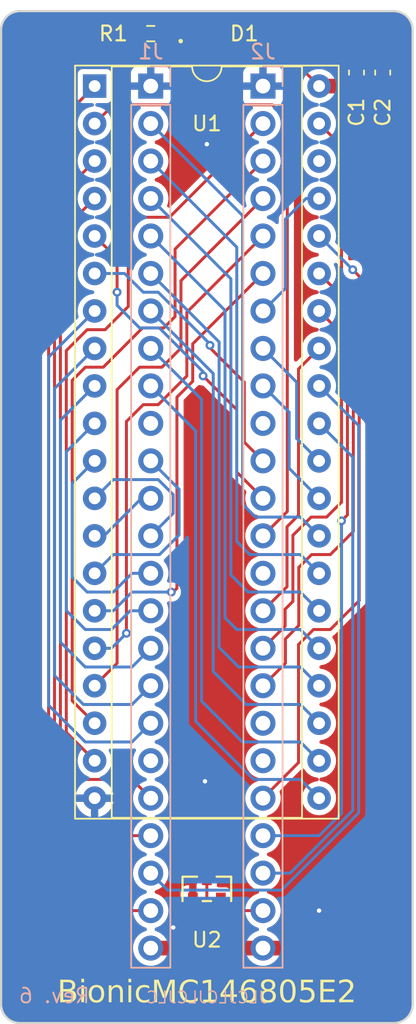
<source format=kicad_pcb>
(kicad_pcb (version 20221018) (generator pcbnew)
  (title_block (title "BionicMC146805E2") (date "2024-10-22") (rev "6") (company "Tadashi G. Takaoka"))
  (layers (0 "F.Cu" signal) (31 "B.Cu" signal) (34 "B.Paste" user) (35 "F.Paste" user) (36 "B.SilkS" user "B.Silkscreen") (37 "F.SilkS" user "F.Silkscreen") (38 "B.Mask" user) (39 "F.Mask" user) (44 "Edge.Cuts" user))
  (net 0 "")
  (net 1 "VCC")
  (net 2 "GND")
  (net 3 "Net-(D1-K)")
  (net 4 "/P10")
  (net 5 "/P11")
  (net 6 "/P12")
  (net 7 "/P13")
  (net 8 "/P14")
  (net 9 "/P15")
  (net 10 "/P16")
  (net 11 "/P17")
  (net 13 "/P30")
  (net 14 "/P31")
  (net 15 "/P32")
  (net 16 "/P33")
  (net 17 "/P34")
  (net 18 "/P35")
  (net 19 "/P36")
  (net 20 "/P37")
  (net 22 "/P50")
  (net 23 "/P51")
  (net 24 "/P52")
  (net 25 "/P53")
  (net 26 "Net-(J2-P57)")
  (net 27 "/P56")
  (net 28 "/P55")
  (net 29 "/P54")
  (net 32 "/P46")
  (net 33 "/P45")
  (net 34 "/P44")
  (net 36 "/P42")
  (net 37 "/P41")
  (net 38 "/P40")
  (net 40 "/P27")
  (net 41 "/P26")
  (net 42 "/P25")
  (net 43 "/P24")
  (net 44 "/P23")
  (net 45 "/P22")
  (net 46 "/P21")
  (net 47 "/P20")
  (footprint "0-LocalLibrary:SOT-23_MC_MCH-M" (layer "F.Cu") (at 114.97 129.486)
    (fp_text reference "U2" (at 0 3.4544 unlocked) (layer "F.SilkS"))
    (fp_text value "11AA010-I/TT")
    (fp_line (start -1.652 -0.827) (end -1.652 0.827) (stroke (width 0.1524)) (layer "F.SilkS"))
    (fp_line (start -0.66294 -0.827) (end -1.652 -0.827) (stroke (width 0.1524)) (layer "F.SilkS"))
    (fp_line (start -0.287061 0.827) (end 0.287061 0.827) (stroke (width 0.1524)) (layer "F.SilkS"))
    (fp_line (start 1.652 -0.827) (end 0.66294 -0.827) (stroke (width 0.1524)) (layer "F.SilkS"))
    (fp_line (start 1.652 0.827) (end 1.652 -0.827) (stroke (width 0.1524)) (layer "F.SilkS"))
    (pad "1" smd rect locked (at -0.950001 1.066) (size 0.6604 1.6256) (layers "F.Cu" "F.Paste" "F.Mask") (net 2 "GND"))
    (pad "2" smd rect locked (at 0.950001 1.066) (size 0.6604 1.6256) (layers "F.Cu" "F.Paste" "F.Mask") (net 26 "Net-(J2-P57)"))
    (pad "3" smd rect locked (at 0 -1.066) (size 0.6604 1.6256) (layers "F.Cu" "F.Paste" "F.Mask") (net 1 "VCC"))
  )
  (footprint "Resistor_SMD:R_0603_1608Metric_Pad0.98x0.95mm_HandSolder" (layer "F.Cu") (at 111.16 71.524 180)
    (fp_text reference "R1" (at 2.54 0) (layer "F.SilkS"))
    (fp_text value "1.6k")
    (fp_line (start -0.254724 -0.5225) (end 0.254724 -0.5225) (stroke (width 0.12)) (layer "F.SilkS"))
    (fp_line (start -0.254724 0.5225) (end 0.254724 0.5225) (stroke (width 0.12)) (layer "F.SilkS"))
    (pad "1" smd roundrect (at -0.9125 0 180) (size 0.975 0.95) (layers "F.Cu" "F.Paste" "F.Mask") (net 3 "Net-(D1-K)"))
    (pad "2" smd roundrect (at 0.9125 0 180) (size 0.975 0.95) (layers "F.Cu" "F.Paste" "F.Mask") (net 2 "GND"))
  )
  (footprint "0-LocalLibrary:DIP-40_W15.24mm_Socket" (layer "F.Cu") (at 107.35 75.08)
    (fp_text reference "U1" (at 7.62 2.54) (layer "F.SilkS"))
    (fp_text value "MC146805E2P")
    (fp_line (start -1.33 -1.39) (end -1.33 49.65) (stroke (width 0.12)) (layer "F.SilkS"))
    (fp_line (start -1.33 49.65) (end 16.57 49.65) (stroke (width 0.12)) (layer "F.SilkS"))
    (fp_line (start 1.16 -1.33) (end 1.16 49.59) (stroke (width 0.12)) (layer "F.SilkS"))
    (fp_line (start 1.16 49.59) (end 14.08 49.59) (stroke (width 0.12)) (layer "F.SilkS"))
    (fp_line (start 6.62 -1.33) (end 1.16 -1.33) (stroke (width 0.12)) (layer "F.SilkS"))
    (fp_line (start 14.08 -1.33) (end 8.62 -1.33) (stroke (width 0.12)) (layer "F.SilkS"))
    (fp_line (start 14.08 49.59) (end 14.08 -1.33) (stroke (width 0.12)) (layer "F.SilkS"))
    (fp_line (start 16.57 -1.39) (end -1.33 -1.39) (stroke (width 0.12)) (layer "F.SilkS"))
    (fp_line (start 16.57 49.65) (end 16.57 -1.39) (stroke (width 0.12)) (layer "F.SilkS"))
    (fp_arc (start 8.62 -1.33) (mid 7.62 -0.33) (end 6.62 -1.33) (stroke (width 0.12)) (layer "F.SilkS"))
    (pad "1" thru_hole rect locked (at 0 0) (size 1.6 1.6) (drill 0.8) (layers "*.Cu" "*.Mask") (net 25 "/P53"))
    (pad "2" thru_hole oval locked (at 0 2.54) (size 1.6 1.6) (drill 0.8) (layers "*.Cu" "*.Mask") (net 36 "/P42"))
    (pad "3" thru_hole oval locked (at 0 5.08) (size 1.6 1.6) (drill 0.8) (layers "*.Cu" "*.Mask") (net 23 "/P51"))
    (pad "4" thru_hole oval locked (at 0 7.62) (size 1.6 1.6) (drill 0.8) (layers "*.Cu" "*.Mask") (net 22 "/P50"))
    (pad "5" thru_hole oval locked (at 0 10.16) (size 1.6 1.6) (drill 0.8) (layers "*.Cu" "*.Mask") (net 37 "/P41"))
    (pad "6" thru_hole oval locked (at 0 12.7) (size 1.6 1.6) (drill 0.8) (layers "*.Cu" "*.Mask") (net 38 "/P40"))
    (pad "7" thru_hole oval locked (at 0 15.24) (size 1.6 1.6) (drill 0.8) (layers "*.Cu" "*.Mask") (net 20 "/P37"))
    (pad "8" thru_hole oval locked (at 0 17.78) (size 1.6 1.6) (drill 0.8) (layers "*.Cu" "*.Mask") (net 19 "/P36"))
    (pad "9" thru_hole oval locked (at 0 20.32) (size 1.6 1.6) (drill 0.8) (layers "*.Cu" "*.Mask") (net 18 "/P35"))
    (pad "10" thru_hole oval locked (at 0 22.86) (size 1.6 1.6) (drill 0.8) (layers "*.Cu" "*.Mask") (net 17 "/P34"))
    (pad "11" thru_hole oval locked (at 0 25.4) (size 1.6 1.6) (drill 0.8) (layers "*.Cu" "*.Mask") (net 16 "/P33"))
    (pad "12" thru_hole oval locked (at 0 27.94) (size 1.6 1.6) (drill 0.8) (layers "*.Cu" "*.Mask") (net 15 "/P32"))
    (pad "13" thru_hole oval locked (at 0 30.48) (size 1.6 1.6) (drill 0.8) (layers "*.Cu" "*.Mask") (net 14 "/P31"))
    (pad "14" thru_hole oval locked (at 0 33.02) (size 1.6 1.6) (drill 0.8) (layers "*.Cu" "*.Mask") (net 13 "/P30"))
    (pad "15" thru_hole oval locked (at 0 35.56) (size 1.6 1.6) (drill 0.8) (layers "*.Cu" "*.Mask") (net 43 "/P24"))
    (pad "16" thru_hole oval locked (at 0 38.1) (size 1.6 1.6) (drill 0.8) (layers "*.Cu" "*.Mask") (net 44 "/P23"))
    (pad "17" thru_hole oval locked (at 0 40.64) (size 1.6 1.6) (drill 0.8) (layers "*.Cu" "*.Mask") (net 45 "/P22"))
    (pad "18" thru_hole oval locked (at 0 43.18) (size 1.6 1.6) (drill 0.8) (layers "*.Cu" "*.Mask") (net 46 "/P21"))
    (pad "19" thru_hole oval locked (at 0 45.72) (size 1.6 1.6) (drill 0.8) (layers "*.Cu" "*.Mask") (net 47 "/P20"))
    (pad "20" thru_hole oval locked (at 0 48.26) (size 1.6 1.6) (drill 0.8) (layers "*.Cu" "*.Mask") (net 2 "GND"))
    (pad "21" thru_hole oval locked (at 15.24 48.26) (size 1.6 1.6) (drill 0.8) (layers "*.Cu" "*.Mask") (net 11 "/P17"))
    (pad "22" thru_hole oval locked (at 15.24 45.72) (size 1.6 1.6) (drill 0.8) (layers "*.Cu" "*.Mask") (net 10 "/P16"))
    (pad "23" thru_hole oval locked (at 15.24 43.18) (size 1.6 1.6) (drill 0.8) (layers "*.Cu" "*.Mask") (net 9 "/P15"))
    (pad "24" thru_hole oval locked (at 15.24 40.64) (size 1.6 1.6) (drill 0.8) (layers "*.Cu" "*.Mask") (net 8 "/P14"))
    (pad "25" thru_hole oval locked (at 15.24 38.1) (size 1.6 1.6) (drill 0.8) (layers "*.Cu" "*.Mask") (net 7 "/P13"))
    (pad "26" thru_hole oval locked (at 15.24 35.56) (size 1.6 1.6) (drill 0.8) (layers "*.Cu" "*.Mask") (net 6 "/P12"))
    (pad "27" thru_hole oval locked (at 15.24 33.02) (size 1.6 1.6) (drill 0.8) (layers "*.Cu" "*.Mask") (net 5 "/P11"))
    (pad "28" thru_hole oval locked (at 15.24 30.48) (size 1.6 1.6) (drill 0.8) (layers "*.Cu" "*.Mask") (net 4 "/P10"))
    (pad "29" thru_hole oval locked (at 15.24 27.94) (size 1.6 1.6) (drill 0.8) (layers "*.Cu" "*.Mask") (net 40 "/P27"))
    (pad "30" thru_hole oval locked (at 15.24 25.4) (size 1.6 1.6) (drill 0.8) (layers "*.Cu" "*.Mask") (net 41 "/P26"))
    (pad "31" thru_hole oval locked (at 15.24 22.86) (size 1.6 1.6) (drill 0.8) (layers "*.Cu" "*.Mask") (net 27 "/P56"))
    (pad "32" thru_hole oval locked (at 15.24 20.32) (size 1.6 1.6) (drill 0.8) (layers "*.Cu" "*.Mask") (net 24 "/P52"))
    (pad "33" thru_hole oval locked (at 15.24 17.78) (size 1.6 1.6) (drill 0.8) (layers "*.Cu" "*.Mask") (net 34 "/P44"))
    (pad "34" thru_hole oval locked (at 15.24 15.24) (size 1.6 1.6) (drill 0.8) (layers "*.Cu" "*.Mask") (net 33 "/P45"))
    (pad "35" thru_hole oval locked (at 15.24 12.7) (size 1.6 1.6) (drill 0.8) (layers "*.Cu" "*.Mask") (net 28 "/P55"))
    (pad "36" thru_hole oval locked (at 15.24 10.16) (size 1.6 1.6) (drill 0.8) (layers "*.Cu" "*.Mask") (net 29 "/P54"))
    (pad "37" thru_hole oval locked (at 15.24 7.62) (size 1.6 1.6) (drill 0.8) (layers "*.Cu" "*.Mask") (net 42 "/P25"))
    (pad "38" thru_hole oval locked (at 15.24 5.08) (size 1.6 1.6) (drill 0.8) (layers "*.Cu" "*.Mask"))
    (pad "39" thru_hole oval locked (at 15.24 2.54) (size 1.6 1.6) (drill 0.8) (layers "*.Cu" "*.Mask") (net 32 "/P46"))
    (pad "40" thru_hole oval locked (at 15.24 0) (size 1.6 1.6) (drill 0.8) (layers "*.Cu" "*.Mask") (net 1 "VCC"))
  )
  (footprint "Capacitor_SMD:C_0603_1608Metric_Pad1.08x0.95mm_HandSolder" (layer "F.Cu") (at 126.908 74.1645 90)
    (fp_text reference "C2" (at -2.6935 0 90) (layer "F.SilkS"))
    (fp_text value "22u")
    (fp_line (start -0.146267 -0.51) (end 0.146267 -0.51) (stroke (width 0.12)) (layer "F.SilkS"))
    (fp_line (start -0.146267 0.51) (end 0.146267 0.51) (stroke (width 0.12)) (layer "F.SilkS"))
    (pad "1" smd roundrect (at -0.8625 0 90) (size 1.075 0.95) (layers "F.Cu" "F.Paste" "F.Mask") (net 1 "VCC"))
    (pad "2" smd roundrect (at 0.8625 0 90) (size 1.075 0.95) (layers "F.Cu" "F.Paste" "F.Mask") (net 2 "GND"))
  )
  (footprint "Capacitor_SMD:C_0603_1608Metric_Pad1.08x0.95mm_HandSolder" (layer "F.Cu") (at 125.13 74.1645 90)
    (fp_text reference "C1" (at -2.6935 0 90) (layer "F.SilkS"))
    (fp_text value "0.1u")
    (fp_line (start -0.146267 -0.51) (end 0.146267 -0.51) (stroke (width 0.12)) (layer "F.SilkS"))
    (fp_line (start -0.146267 0.51) (end 0.146267 0.51) (stroke (width 0.12)) (layer "F.SilkS"))
    (pad "1" smd roundrect (at -0.8625 0 90) (size 1.075 0.95) (layers "F.Cu" "F.Paste" "F.Mask") (net 1 "VCC"))
    (pad "2" smd roundrect (at 0.8625 0 90) (size 1.075 0.95) (layers "F.Cu" "F.Paste" "F.Mask") (net 2 "GND"))
  )
  (footprint "0-LocalLibrary:LED_CSL1901UW1_ROM" (layer "F.Cu") (at 114.97 71.524)
    (fp_text reference "D1" (at 2.54 0 unlocked) (layer "F.SilkS"))
    (fp_text value "CSL1901UW1")
    (fp_circle (center -1.778 0.508) (end -1.7018 0.508) (stroke (width 0.1524)) (fill none) (layer "F.SilkS"))
    (pad "1" smd rect (at -0.7747 0) (size 0.762 0.7112) (layers "F.Cu" "F.Paste" "F.Mask") (net 3 "Net-(D1-K)"))
    (pad "2" smd rect (at 0.7747 0) (size 0.762 0.7112) (layers "F.Cu" "F.Paste" "F.Mask") (net 1 "VCC"))
    (zone (net 0) (net_name "") (layer "F.Cu") (connect_pads (clearance 0)) (min_thickness 0.254)
      (keepout (tracks not_allowed) (vias not_allowed) (pads allowed) (copperpour not_allowed) (footprints allowed))
      (fill (thermal_gap 0.508) (thermal_bridge_width 0.508))
      (polygon (pts (xy 114.6271 71.1684) (xy 115.3129 71.1684) (xy 115.3129 71.8796) (xy 114.6271 71.8796)))
    )
  )
  (footprint "connector:Bionic-P245_Vertical" (layer "B.Cu") (at 118.78 75.08 180)
    (fp_text reference "J2" (at 0 2.33) (layer "B.SilkS") (effects (justify mirror)))
    (fp_text value "Bionic-P245")
    (fp_line (start -1.33 -59.75) (end 1.33 -59.75) (stroke (width 0.12)) (layer "B.SilkS"))
    (fp_line (start -1.33 -1.27) (end -1.33 -59.75) (stroke (width 0.12)) (layer "B.SilkS"))
    (fp_line (start -1.33 -1.27) (end 1.33 -1.27) (stroke (width 0.12)) (layer "B.SilkS"))
    (fp_line (start -1.33 0) (end -1.33 1.33) (stroke (width 0.12)) (layer "B.SilkS"))
    (fp_line (start -1.33 1.33) (end 0 1.33) (stroke (width 0.12)) (layer "B.SilkS"))
    (fp_line (start 1.33 -1.27) (end 1.33 -59.75) (stroke (width 0.12)) (layer "B.SilkS"))
    (pad "25" thru_hole oval locked (at 0 -58.42 180) (size 1.7 1.7) (drill 1) (layers "*.Cu" "*.Mask") (net 1 "VCC"))
    (pad "26" thru_hole oval locked (at 0 -55.88 180) (size 1.7 1.7) (drill 1) (layers "*.Cu" "*.Mask") (net 26 "Net-(J2-P57)"))
    (pad "27" thru_hole oval locked (at 0 -53.34 180) (size 1.7 1.7) (drill 1) (layers "*.Cu" "*.Mask") (net 27 "/P56"))
    (pad "28" thru_hole oval locked (at 0 -50.8 180) (size 1.7 1.7) (drill 1) (layers "*.Cu" "*.Mask") (net 28 "/P55"))
    (pad "29" thru_hole oval locked (at 0 -48.26 180) (size 1.7 1.7) (drill 1) (layers "*.Cu" "*.Mask") (net 29 "/P54"))
    (pad "30" thru_hole oval locked (at 0 -45.72 180) (size 1.7 1.7) (drill 1) (layers "*.Cu" "*.Mask"))
    (pad "31" thru_hole oval locked (at 0 -43.18 180) (size 1.7 1.7) (drill 1) (layers "*.Cu" "*.Mask"))
    (pad "32" thru_hole oval locked (at 0 -40.64 180) (size 1.7 1.7) (drill 1) (layers "*.Cu" "*.Mask") (net 32 "/P46"))
    (pad "33" thru_hole oval locked (at 0 -38.1 180) (size 1.7 1.7) (drill 1) (layers "*.Cu" "*.Mask") (net 33 "/P45"))
    (pad "34" thru_hole oval locked (at 0 -35.56 180) (size 1.7 1.7) (drill 1) (layers "*.Cu" "*.Mask") (net 34 "/P44"))
    (pad "35" thru_hole oval locked (at 0 -33.02 180) (size 1.7 1.7) (drill 1) (layers "*.Cu" "*.Mask"))
    (pad "36" thru_hole oval locked (at 0 -30.48 180) (size 1.7 1.7) (drill 1) (layers "*.Cu" "*.Mask") (net 36 "/P42"))
    (pad "37" thru_hole oval locked (at 0 -27.94 180) (size 1.7 1.7) (drill 1) (layers "*.Cu" "*.Mask") (net 37 "/P41"))
    (pad "38" thru_hole oval locked (at 0 -25.4 180) (size 1.7 1.7) (drill 1) (layers "*.Cu" "*.Mask") (net 38 "/P40"))
    (pad "39" thru_hole oval locked (at 0 -22.86 180) (size 1.7 1.7) (drill 1) (layers "*.Cu" "*.Mask"))
    (pad "40" thru_hole oval locked (at 0 -20.32 180) (size 1.7 1.7) (drill 1) (layers "*.Cu" "*.Mask") (net 40 "/P27"))
    (pad "41" thru_hole oval locked (at 0 -17.78 180) (size 1.7 1.7) (drill 1) (layers "*.Cu" "*.Mask") (net 41 "/P26"))
    (pad "42" thru_hole oval locked (at 0 -15.24 180) (size 1.7 1.7) (drill 1) (layers "*.Cu" "*.Mask") (net 42 "/P25"))
    (pad "43" thru_hole oval locked (at 0 -12.7 180) (size 1.7 1.7) (drill 1) (layers "*.Cu" "*.Mask") (net 43 "/P24"))
    (pad "44" thru_hole oval locked (at 0 -10.16 180) (size 1.7 1.7) (drill 1) (layers "*.Cu" "*.Mask") (net 44 "/P23"))
    (pad "45" thru_hole oval locked (at 0 -7.62 180) (size 1.7 1.7) (drill 1) (layers "*.Cu" "*.Mask") (net 45 "/P22"))
    (pad "46" thru_hole oval locked (at 0 -5.08 180) (size 1.7 1.7) (drill 1) (layers "*.Cu" "*.Mask") (net 46 "/P21"))
    (pad "47" thru_hole oval locked (at 0 -2.54 180) (size 1.7 1.7) (drill 1) (layers "*.Cu" "*.Mask") (net 47 "/P20"))
    (pad "48" thru_hole rect locked (at 0 0 180) (size 1.7 1.7) (drill 1) (layers "*.Cu" "*.Mask") (net 2 "GND"))
  )
  (footprint "connector:Bionic-P135_Vertical" (layer "B.Cu") (at 111.16 75.08 180)
    (fp_text reference "J1" (at 0 2.33) (layer "B.SilkS") (effects (justify mirror)))
    (fp_text value "Bionic-P135")
    (fp_line (start -1.33 -59.75) (end 1.33 -59.75) (stroke (width 0.12)) (layer "B.SilkS"))
    (fp_line (start -1.33 -1.27) (end -1.33 -59.75) (stroke (width 0.12)) (layer "B.SilkS"))
    (fp_line (start -1.33 -1.27) (end 1.33 -1.27) (stroke (width 0.12)) (layer "B.SilkS"))
    (fp_line (start -1.33 0) (end -1.33 1.33) (stroke (width 0.12)) (layer "B.SilkS"))
    (fp_line (start -1.33 1.33) (end 0 1.33) (stroke (width 0.12)) (layer "B.SilkS"))
    (fp_line (start 1.33 -1.27) (end 1.33 -59.75) (stroke (width 0.12)) (layer "B.SilkS"))
    (pad "1" thru_hole rect locked (at 0 0 180) (size 1.7 1.7) (drill 1) (layers "*.Cu" "*.Mask") (net 2 "GND"))
    (pad "2" thru_hole oval locked (at 0 -2.54 180) (size 1.7 1.7) (drill 1) (layers "*.Cu" "*.Mask") (net 4 "/P10"))
    (pad "3" thru_hole oval locked (at 0 -5.08 180) (size 1.7 1.7) (drill 1) (layers "*.Cu" "*.Mask") (net 5 "/P11"))
    (pad "4" thru_hole oval locked (at 0 -7.62 180) (size 1.7 1.7) (drill 1) (layers "*.Cu" "*.Mask") (net 6 "/P12"))
    (pad "5" thru_hole oval locked (at 0 -10.16 180) (size 1.7 1.7) (drill 1) (layers "*.Cu" "*.Mask") (net 7 "/P13"))
    (pad "6" thru_hole oval locked (at 0 -12.7 180) (size 1.7 1.7) (drill 1) (layers "*.Cu" "*.Mask") (net 8 "/P14"))
    (pad "7" thru_hole oval locked (at 0 -15.24 180) (size 1.7 1.7) (drill 1) (layers "*.Cu" "*.Mask") (net 9 "/P15"))
    (pad "8" thru_hole oval locked (at 0 -17.78 180) (size 1.7 1.7) (drill 1) (layers "*.Cu" "*.Mask") (net 10 "/P16"))
    (pad "9" thru_hole oval locked (at 0 -20.32 180) (size 1.7 1.7) (drill 1) (layers "*.Cu" "*.Mask") (net 11 "/P17"))
    (pad "10" thru_hole oval locked (at 0 -22.86 180) (size 1.7 1.7) (drill 1) (layers "*.Cu" "*.Mask"))
    (pad "11" thru_hole oval locked (at 0 -25.4 180) (size 1.7 1.7) (drill 1) (layers "*.Cu" "*.Mask") (net 13 "/P30"))
    (pad "12" thru_hole oval locked (at 0 -27.94 180) (size 1.7 1.7) (drill 1) (layers "*.Cu" "*.Mask") (net 14 "/P31"))
    (pad "13" thru_hole oval locked (at 0 -30.48 180) (size 1.7 1.7) (drill 1) (layers "*.Cu" "*.Mask") (net 15 "/P32"))
    (pad "14" thru_hole oval locked (at 0 -33.02 180) (size 1.7 1.7) (drill 1) (layers "*.Cu" "*.Mask") (net 16 "/P33"))
    (pad "15" thru_hole oval locked (at 0 -35.56 180) (size 1.7 1.7) (drill 1) (layers "*.Cu" "*.Mask") (net 17 "/P34"))
    (pad "16" thru_hole oval locked (at 0 -38.1 180) (size 1.7 1.7) (drill 1) (layers "*.Cu" "*.Mask") (net 18 "/P35"))
    (pad "17" thru_hole oval locked (at 0 -40.64 180) (size 1.7 1.7) (drill 1) (layers "*.Cu" "*.Mask") (net 19 "/P36"))
    (pad "18" thru_hole oval locked (at 0 -43.18 180) (size 1.7 1.7) (drill 1) (layers "*.Cu" "*.Mask") (net 20 "/P37"))
    (pad "19" thru_hole oval locked (at 0 -45.72 180) (size 1.7 1.7) (drill 1) (layers "*.Cu" "*.Mask"))
    (pad "20" thru_hole oval locked (at 0 -48.26 180) (size 1.7 1.7) (drill 1) (layers "*.Cu" "*.Mask") (net 22 "/P50"))
    (pad "21" thru_hole oval locked (at 0 -50.8 180) (size 1.7 1.7) (drill 1) (layers "*.Cu" "*.Mask") (net 23 "/P51"))
    (pad "22" thru_hole oval locked (at 0 -53.34 180) (size 1.7 1.7) (drill 1) (layers "*.Cu" "*.Mask") (net 24 "/P52"))
    (pad "23" thru_hole oval locked (at 0 -55.88 180) (size 1.7 1.7) (drill 1) (layers "*.Cu" "*.Mask") (net 25 "/P53"))
    (pad "24" thru_hole oval locked (at 0 -58.42 180) (size 1.7 1.7) (drill 1) (layers "*.Cu" "*.Mask") (net 1 "VCC"))
  )
  (gr_arc (start 102.27 138.58) (mid 101.371974 138.208026) (end 101 137.31) (stroke (width 0.15)) (layer "Edge.Cuts"))
  (gr_arc (start 101 71.27) (mid 101.371974 70.371974) (end 102.27 70) (stroke (width 0.15)) (layer "Edge.Cuts"))
  (gr_line (start 102.27 138.58) (end 127.67 138.58) (stroke (width 0.15)) (layer "Edge.Cuts"))
  (gr_arc (start 127.67 70) (mid 128.568026 70.371974) (end 128.94 71.27) (stroke (width 0.15)) (layer "Edge.Cuts"))
  (gr_line (start 128.94 137.31) (end 128.94 71.27) (stroke (width 0.15)) (layer "Edge.Cuts"))
  (gr_line (start 127.67 70) (end 102.27 70) (stroke (width 0.15)) (layer "Edge.Cuts"))
  (gr_line (start 101 71.27) (end 101 137.31) (stroke (width 0.15)) (layer "Edge.Cuts"))
  (gr_arc (start 128.94 137.31) (mid 128.568026 138.208026) (end 127.67 138.58) (stroke (width 0.15)) (layer "Edge.Cuts"))
  (gr_text "JLCJLCJLCJLC" (at 114.97 137.31) (layer "B.SilkS") (effects (font (size 0.8 0.8)) (justify bottom mirror)))
  (gr_text "Rev. 6\n" (at 107.096 137.31) (layer "B.SilkS") (effects (font (size 1 1)) (justify left bottom mirror)))
  (gr_text "BionicMC146805E2" (at 114.97 136.548) (layer "F.SilkS") (effects (font (size 1.5 1.5))))
  (segment locked (start 126.908 75.588) (end 126.908 75.027) (width 0.2) (layer "F.Cu") (net 1))
  (segment locked (start 111.16 133.5) (end 118.78 133.5) (width 1) (layer "F.Cu") (net 1))
  (segment (start 119.034 71.524) (end 122.59 75.08) (width 0.2) (layer "F.Cu") (net 1))
  (segment (start 115.7447 71.524) (end 119.034 71.524) (width 0.2) (layer "F.Cu") (net 1))
  (segment locked (start 114.97 133.5) (end 114.97 128.42) (width 0.2) (layer "F.Cu") (net 1))
  (segment locked (start 126.908 75.588) (end 126.4 75.08) (width 1) (layer "F.Cu") (net 1))
  (segment locked (start 126.908 127.912) (end 126.908 75.842) (width 1) (layer "F.Cu") (net 1))
  (segment locked (start 115.745 71.524) (end 115.7447 71.524) (width 0.2) (layer "F.Cu") (net 1))
  (segment (start 126.908 75.842) (end 126.908 75.588) (width 1) (layer "F.Cu") (net 1))
  (segment locked (start 125.077 75.08) (end 125.13 75.027) (width 0.2) (layer "F.Cu") (net 1))
  (segment (start 122.59 133.5) (end 126.908 129.182) (width 1) (layer "F.Cu") (net 1))
  (segment locked (start 118.78 133.5) (end 122.59 133.5) (width 1) (layer "F.Cu") (net 1))
  (segment (start 126.908 129.182) (end 126.908 127.912) (width 1) (layer "F.Cu") (net 1))
  (segment locked (start 126.4 75.08) (end 122.59 75.08) (width 1) (layer "F.Cu") (net 1))
  (via (at 122.59 130.96) (size 0.6) (drill 0.3) (layers "F.Cu" "B.Cu") (net 2))
  (via (at 114.843 122.197) (size 0.6) (drill 0.3) (layers "F.Cu" "B.Cu") (net 2))
  (via (at 114.97 79.017) (size 0.6) (drill 0.3) (layers "F.Cu" "B.Cu") (net 2))
  (via (at 112.684 132.103) (size 0.6) (drill 0.3) (layers "F.Cu" "B.Cu") (net 2))
  (segment (start 114.1953 71.524) (end 112.0725 71.524) (width 0.2) (layer "F.Cu") (net 3))
  (segment (start 117.402 103.42) (end 118.272 104.29) (width 0.2) (layer "B.Cu") (net 4))
  (segment (start 121.32 104.29) (end 122.59 105.56) (width 0.2) (layer "B.Cu") (net 4))
  (segment (start 118.272 104.29) (end 121.32 104.29) (width 0.2) (layer "B.Cu") (net 4))
  (segment (start 111.16 77.62) (end 117.402 83.862) (width 0.2) (layer "B.Cu") (net 4))
  (segment (start 117.402 83.862) (end 117.402 103.42) (width 0.2) (layer "B.Cu") (net 4))
  (segment (start 111.16 80.16) (end 117.002 86.002) (width 0.2) (layer "B.Cu") (net 5))
  (segment (start 117.002 105.941) (end 117.891 106.83) (width 0.2) (layer "B.Cu") (net 5))
  (segment (start 117.891 106.83) (end 121.32 106.83) (width 0.2) (layer "B.Cu") (net 5))
  (segment (start 117.002 86.002) (end 117.002 105.941) (width 0.2) (layer "B.Cu") (net 5))
  (segment (start 121.32 106.83) (end 122.59 108.1) (width 0.2) (layer "B.Cu") (net 5))
  (segment (start 111.16 82.7) (end 116.602 88.142) (width 0.2) (layer "B.Cu") (net 6))
  (segment (start 121.32 109.37) (end 122.59 110.64) (width 0.2) (layer "B.Cu") (net 6))
  (segment (start 117.764 109.37) (end 121.32 109.37) (width 0.2) (layer "B.Cu") (net 6))
  (segment (start 116.602 108.208) (end 117.764 109.37) (width 0.2) (layer "B.Cu") (net 6))
  (segment (start 116.602 88.142) (end 116.602 108.208) (width 0.2) (layer "B.Cu") (net 6))
  (segment (start 111.16 85.24) (end 116.202 90.282) (width 0.2) (layer "B.Cu") (net 7))
  (segment (start 121.32 111.91) (end 122.59 113.18) (width 0.2) (layer "B.Cu") (net 7))
  (segment (start 116.202 111.11) (end 117.002 111.91) (width 0.2) (layer "B.Cu") (net 7))
  (segment (start 117.002 111.91) (end 121.32 111.91) (width 0.2) (layer "B.Cu") (net 7))
  (segment (start 116.202 90.282) (end 116.202 111.11) (width 0.2) (layer "B.Cu") (net 7))
  (segment (start 117.129 114.45) (end 121.32 114.45) (width 0.2) (layer "B.Cu") (net 8))
  (segment (start 115.802 113.123) (end 117.129 114.45) (width 0.2) (layer "B.Cu") (net 8))
  (segment (start 115.802 92.422) (end 115.802 113.123) (width 0.2) (layer "B.Cu") (net 8))
  (segment (start 121.32 114.45) (end 122.59 115.72) (width 0.2) (layer "B.Cu") (net 8))
  (segment (start 111.16 87.78) (end 115.802 92.422) (width 0.2) (layer "B.Cu") (net 8))
  (segment (start 115.402 114.755) (end 117.637 116.99) (width 0.2) (layer "B.Cu") (net 9))
  (segment (start 117.637 116.99) (end 121.32 116.99) (width 0.2) (layer "B.Cu") (net 9))
  (segment (start 115.402 94.562) (end 115.402 114.755) (width 0.2) (layer "B.Cu") (net 9))
  (segment (start 111.16 90.32) (end 115.402 94.562) (width 0.2) (layer "B.Cu") (net 9))
  (segment (start 121.32 116.99) (end 122.59 118.26) (width 0.2) (layer "B.Cu") (net 9))
  (segment (start 114.608 116.755) (end 117.383 119.53) (width 0.2) (layer "B.Cu") (net 10))
  (segment (start 114.608 96.308) (end 114.608 116.755) (width 0.2) (layer "B.Cu") (net 10))
  (segment (start 117.383 119.53) (end 121.32 119.53) (width 0.2) (layer "B.Cu") (net 10))
  (segment (start 111.16 92.86) (end 114.608 96.308) (width 0.2) (layer "B.Cu") (net 10))
  (segment (start 121.32 119.53) (end 122.59 120.8) (width 0.2) (layer "B.Cu") (net 10))
  (segment (start 114.208 118.133) (end 118.145 122.07) (width 0.2) (layer "B.Cu") (net 11))
  (segment (start 121.32 122.07) (end 122.59 123.34) (width 0.2) (layer "B.Cu") (net 11))
  (segment (start 118.145 122.07) (end 121.32 122.07) (width 0.2) (layer "B.Cu") (net 11))
  (segment (start 114.208 98.448) (end 114.208 118.133) (width 0.2) (layer "B.Cu") (net 11))
  (segment (start 111.16 95.4) (end 114.208 98.448) (width 0.2) (layer "B.Cu") (net 11))
  (segment (start 111.756346 106.83) (end 108.62 106.83) (width 0.2) (layer "B.Cu") (net 13))
  (segment (start 113.084 105.502346) (end 111.756346 106.83) (width 0.2) (layer "B.Cu") (net 13))
  (segment (start 111.16 100.48) (end 113.084 102.404) (width 0.2) (layer "B.Cu") (net 13))
  (segment (start 108.62 106.83) (end 107.35 108.1) (width 0.2) (layer "B.Cu") (net 13))
  (segment (start 113.084 102.404) (end 113.084 105.502346) (width 0.2) (layer "B.Cu") (net 13))
  (segment (start 110.525 103.02) (end 107.985 105.56) (width 0.2) (layer "B.Cu") (net 14))
  (segment (start 111.16 103.02) (end 110.525 103.02) (width 0.2) (layer "B.Cu") (net 14))
  (segment (start 107.985 105.56) (end 107.35 105.56) (width 0.2) (layer "B.Cu") (net 14))
  (segment (start 108.62 101.75) (end 111.668 101.75) (width 0.2) (layer "B.Cu") (net 15))
  (segment (start 112.684 104.036) (end 111.16 105.56) (width 0.2) (layer "B.Cu") (net 15))
  (segment (start 107.35 103.02) (end 108.62 101.75) (width 0.2) (layer "B.Cu") (net 15))
  (segment (start 112.684 102.766) (end 112.684 104.036) (width 0.2) (layer "B.Cu") (net 15))
  (segment (start 111.668 101.75) (end 112.684 102.766) (width 0.2) (layer "B.Cu") (net 15))
  (segment (start 105.826 102.004) (end 107.35 100.48) (width 0.2) (layer "B.Cu") (net 16))
  (segment (start 109.89 108.1) (end 108.62 109.37) (width 0.2) (layer "B.Cu") (net 16))
  (segment (start 111.16 108.1) (end 109.89 108.1) (width 0.2) (layer "B.Cu") (net 16))
  (segment (start 106.842 109.37) (end 105.826 108.354) (width 0.2) (layer "B.Cu") (net 16))
  (segment (start 108.62 109.37) (end 106.842 109.37) (width 0.2) (layer "B.Cu") (net 16))
  (segment (start 105.826 108.354) (end 105.826 102.004) (width 0.2) (layer "B.Cu") (net 16))
  (segment (start 106.715 111.91) (end 105.426 110.621) (width 0.2) (layer "B.Cu") (net 17))
  (segment (start 111.16 110.64) (end 109.763 110.64) (width 0.2) (layer "B.Cu") (net 17))
  (segment (start 109.763 110.64) (end 108.493 111.91) (width 0.2) (layer "B.Cu") (net 17))
  (segment (start 105.426 99.864) (end 107.35 97.94) (width 0.2) (layer "B.Cu") (net 17))
  (segment (start 105.426 110.621) (end 105.426 99.864) (width 0.2) (layer "B.Cu") (net 17))
  (segment (start 108.493 111.91) (end 106.715 111.91) (width 0.2) (layer "B.Cu") (net 17))
  (segment (start 111.16 113.18) (end 109.89 114.45) (width 0.2) (layer "B.Cu") (net 18))
  (segment (start 105.026 97.724) (end 107.35 95.4) (width 0.2) (layer "B.Cu") (net 18))
  (segment (start 105.026 112.761) (end 105.026 97.724) (width 0.2) (layer "B.Cu") (net 18))
  (segment (start 106.715 114.45) (end 105.026 112.761) (width 0.2) (layer "B.Cu") (net 18))
  (segment (start 109.89 114.45) (end 106.715 114.45) (width 0.2) (layer "B.Cu") (net 18))
  (segment (start 109.89 116.99) (end 106.588 116.99) (width 0.2) (layer "B.Cu") (net 19))
  (segment (start 111.16 115.72) (end 109.89 116.99) (width 0.2) (layer "B.Cu") (net 19))
  (segment (start 104.626 115.028) (end 104.626 95.584) (width 0.2) (layer "B.Cu") (net 19))
  (segment (start 106.588 116.99) (end 104.626 115.028) (width 0.2) (layer "B.Cu") (net 19))
  (segment (start 104.626 95.584) (end 107.35 92.86) (width 0.2) (layer "B.Cu") (net 19))
  (segment (start 106.715 119.53) (end 104.226 117.041) (width 0.2) (layer "B.Cu") (net 20))
  (segment (start 111.16 118.26) (end 109.89 119.53) (width 0.2) (layer "B.Cu") (net 20))
  (segment (start 109.89 119.53) (end 106.715 119.53) (width 0.2) (layer "B.Cu") (net 20))
  (segment (start 104.226 117.041) (end 104.226 93.444) (width 0.2) (layer "B.Cu") (net 20))
  (segment (start 104.226 93.444) (end 107.35 90.32) (width 0.2) (layer "B.Cu") (net 20))
  (segment (start 105.026 85.024) (end 107.35 82.7) (width 0.2) (layer "F.Cu") (net 22))
  (segment (start 105.026 120.381) (end 105.026 85.024) (width 0.2) (layer "F.Cu") (net 22))
  (segment (start 109.89 122.07) (end 106.715 122.07) (width 0.2) (layer "F.Cu") (net 22))
  (segment (start 111.16 123.34) (end 109.89 122.07) (width 0.2) (layer "F.Cu") (net 22))
  (segment (start 106.715 122.07) (end 105.026 120.381) (width 0.2) (layer "F.Cu") (net 22))
  (segment (start 106.588 125.88) (end 104.626 123.918) (width 0.2) (layer "F.Cu") (net 23))
  (segment (start 111.16 125.88) (end 106.588 125.88) (width 0.2) (layer "F.Cu") (net 23))
  (segment (start 104.626 123.918) (end 104.626 82.884) (width 0.2) (layer "F.Cu") (net 23))
  (segment (start 104.626 82.884) (end 107.35 80.16) (width 0.2) (layer "F.Cu") (net 23))
  (segment (start 112.31 129.57) (end 120.043 129.57) (width 0.2) (layer "B.Cu") (net 24))
  (segment (start 120.043 129.57) (end 125.276 124.336999) (width 0.2) (layer "B.Cu") (net 24))
  (segment (start 125.276 124.336999) (end 125.276 98.086) (width 0.2) (layer "B.Cu") (net 24))
  (segment (start 111.16 128.42) (end 112.31 129.57) (width 0.2) (layer "B.Cu") (net 24))
  (segment (start 125.276 98.086) (end 122.59 95.4) (width 0.2) (layer "B.Cu") (net 24))
  (segment (start 104.226 125.804) (end 104.226 78.204) (width 0.2) (layer "F.Cu") (net 25))
  (segment (start 109.382 130.96) (end 104.226 125.804) (width 0.2) (layer "F.Cu") (net 25))
  (segment (start 104.226 78.204) (end 107.35 75.08) (width 0.2) (layer "F.Cu") (net 25))
  (segment (start 111.16 130.96) (end 109.382 130.96) (width 0.2) (layer "F.Cu") (net 25))
  (segment (start 118.78 130.96) (end 116.328001 130.96) (width 0.2) (layer "F.Cu") (net 26))
  (segment (start 116.328001 130.96) (end 115.920001 130.552) (width 0.2) (layer "F.Cu") (net 26))
  (segment (start 124.876 124.171314) (end 124.876 100.226) (width 0.2) (layer "B.Cu") (net 27))
  (segment (start 120.627314 128.42) (end 124.876 124.171314) (width 0.2) (layer "B.Cu") (net 27))
  (segment (start 124.876 100.226) (end 122.59 97.94) (width 0.2) (layer "B.Cu") (net 27))
  (segment (start 118.78 128.42) (end 120.627314 128.42) (width 0.2) (layer "B.Cu") (net 27))
  (segment (start 124.514 89.704) (end 122.59 87.78) (width 0.2) (layer "F.Cu") (net 28))
  (segment (start 124.114 104.544) (end 124.514 104.144) (width 0.2) (layer "F.Cu") (net 28))
  (segment (start 124.514 104.144) (end 124.514 89.704) (width 0.2) (layer "F.Cu") (net 28))
  (via (at 124.114 104.544) (size 0.6) (drill 0.3) (layers "F.Cu" "B.Cu") (net 28))
  (segment (start 124.114 124.367628) (end 122.601628 125.88) (width 0.2) (layer "B.Cu") (net 28))
  (segment (start 124.114 104.544) (end 124.114 124.367628) (width 0.2) (layer "B.Cu") (net 28))
  (segment (start 122.601628 125.88) (end 118.78 125.88) (width 0.2) (layer "B.Cu") (net 28))
  (segment (start 122.209 111.91) (end 121.193 112.926) (width 0.2) (layer "F.Cu") (net 29))
  (segment (start 124.876 87.526) (end 125.314 87.964) (width 0.2) (layer "F.Cu") (net 29))
  (segment (start 125.314 109.948) (end 123.352 111.91) (width 0.2) (layer "F.Cu") (net 29))
  (segment (start 123.352 111.91) (end 122.209 111.91) (width 0.2) (layer "F.Cu") (net 29))
  (segment (start 121.193 120.927) (end 118.78 123.34) (width 0.2) (layer "F.Cu") (net 29))
  (segment (start 121.193 112.926) (end 121.193 120.927) (width 0.2) (layer "F.Cu") (net 29))
  (segment (start 125.314 87.964) (end 125.314 109.948) (width 0.2) (layer "F.Cu") (net 29))
  (via (at 124.876 87.526) (size 0.6) (drill 0.3) (layers "F.Cu" "B.Cu") (net 29))
  (segment (start 124.876 87.526) (end 122.59 85.24) (width 0.2) (layer "B.Cu") (net 29))
  (segment (start 123.352 106.83) (end 124.914 105.268) (width 0.2) (layer "F.Cu") (net 32))
  (segment (start 124.914 89.538314) (end 124.114 88.738314) (width 0.2) (layer "F.Cu") (net 32))
  (segment (start 121.212 111.637) (end 121.212 107.7) (width 0.2) (layer "F.Cu") (net 32))
  (segment (start 124.914 105.268) (end 124.914 89.538314) (width 0.2) (layer "F.Cu") (net 32))
  (segment (start 120.304 114.196) (end 120.304 112.545) (width 0.2) (layer "F.Cu") (net 32))
  (segment (start 120.304 112.545) (end 121.212 111.637) (width 0.2) (layer "F.Cu") (net 32))
  (segment (start 122.082 106.83) (end 123.352 106.83) (width 0.2) (layer "F.Cu") (net 32))
  (segment (start 124.114 88.738314) (end 124.114 79.144) (width 0.2) (layer "F.Cu") (net 32))
  (segment (start 121.212 107.7) (end 122.082 106.83) (width 0.2) (layer "F.Cu") (net 32))
  (segment (start 118.78 115.72) (end 120.304 114.196) (width 0.2) (layer "F.Cu") (net 32))
  (segment (start 124.114 79.144) (end 122.59 77.62) (width 0.2) (layer "F.Cu") (net 32))
  (segment (start 122.05025 104.29) (end 123.098 104.29) (width 0.2) (layer "F.Cu") (net 33))
  (segment (start 118.78 113.18) (end 120.285 111.675) (width 0.2) (layer "F.Cu") (net 33))
  (segment (start 120.285 111.675) (end 120.285 110.532) (width 0.2) (layer "F.Cu") (net 33))
  (segment (start 120.812 105.52825) (end 122.05025 104.29) (width 0.2) (layer "F.Cu") (net 33))
  (segment (start 123.098 104.29) (end 124.114 103.274) (width 0.2) (layer "F.Cu") (net 33))
  (segment (start 120.285 110.532) (end 120.812 110.005) (width 0.2) (layer "F.Cu") (net 33))
  (segment (start 124.114 103.274) (end 124.114 91.844) (width 0.2) (layer "F.Cu") (net 33))
  (segment (start 124.114 91.844) (end 122.59 90.32) (width 0.2) (layer "F.Cu") (net 33))
  (segment (start 120.812 110.005) (end 120.812 105.52825) (width 0.2) (layer "F.Cu") (net 33))
  (segment (start 121.193 104.163) (end 121.193 94.257) (width 0.2) (layer "F.Cu") (net 34))
  (segment (start 120.412 109.008) (end 120.412 104.944) (width 0.2) (layer "F.Cu") (net 34))
  (segment (start 118.78 110.64) (end 120.412 109.008) (width 0.2) (layer "F.Cu") (net 34))
  (segment (start 120.412 104.944) (end 121.193 104.163) (width 0.2) (layer "F.Cu") (net 34))
  (segment (start 121.193 94.257) (end 122.59 92.86) (width 0.2) (layer "F.Cu") (net 34))
  (segment (start 120.431 103.909) (end 120.431 77.366) (width 0.2) (layer "F.Cu") (net 36))
  (segment (start 119.415 76.35) (end 108.62 76.35) (width 0.2) (layer "F.Cu") (net 36))
  (segment (start 118.78 105.56) (end 120.431 103.909) (width 0.2) (layer "F.Cu") (net 36))
  (segment (start 108.62 76.35) (end 107.35 77.62) (width 0.2) (layer "F.Cu") (net 36))
  (segment (start 120.431 77.366) (end 119.415 76.35) (width 0.2) (layer "F.Cu") (net 36))
  (segment (start 108.874 86.764) (end 107.35 85.24) (width 0.2) (layer "F.Cu") (net 37))
  (segment (start 108.874 89.05) (end 108.874 86.764) (width 0.2) (layer "F.Cu") (net 37))
  (segment (start 114.715735 94.724265) (end 117.002 97.01053) (width 0.2) (layer "F.Cu") (net 37))
  (segment (start 117.002 97.01053) (end 117.002 101.242) (width 0.2) (layer "F.Cu") (net 37))
  (segment (start 117.002 101.242) (end 118.78 103.02) (width 0.2) (layer "F.Cu") (net 37))
  (via (at 108.874 89.05) (size 0.6) (drill 0.3) (layers "F.Cu" "B.Cu") (net 37))
  (via (at 114.715735 94.724265) (size 0.6) (drill 0.3) (layers "F.Cu" "B.Cu") (net 37))
  (segment (start 111.744314 91.47) (end 114.715735 94.441421) (width 0.2) (layer "B.Cu") (net 37))
  (segment (start 110.405 91.47) (end 111.744314 91.47) (width 0.2) (layer "B.Cu") (net 37))
  (segment (start 114.715735 94.441421) (end 114.715735 94.724265) (width 0.2) (layer "B.Cu") (net 37))
  (segment (start 108.874 89.939) (end 110.405 91.47) (width 0.2) (layer "B.Cu") (net 37))
  (segment (start 108.874 89.05) (end 108.874 89.939) (width 0.2) (layer "B.Cu") (net 37))
  (segment (start 117.51 95.146) (end 117.51 99.21) (width 0.2) (layer "F.Cu") (net 38))
  (segment (start 115.180735 92.649265) (end 115.180735 92.816735) (width 0.2) (layer "F.Cu") (net 38))
  (segment (start 117.51 99.21) (end 118.78 100.48) (width 0.2) (layer "F.Cu") (net 38))
  (segment (start 115.180735 92.816735) (end 117.51 95.146) (width 0.2) (layer "F.Cu") (net 38))
  (via (at 115.180735 92.649265) (size 0.6) (drill 0.3) (layers "F.Cu" "B.Cu") (net 38))
  (segment (start 109.382 87.78) (end 107.35 87.78) (width 0.2) (layer "B.Cu") (net 38))
  (segment (start 111.668 89.05) (end 110.652 89.05) (width 0.2) (layer "B.Cu") (net 38))
  (segment (start 115.180735 92.649265) (end 115.180735 92.562735) (width 0.2) (layer "B.Cu") (net 38))
  (segment (start 110.652 89.05) (end 109.382 87.78) (width 0.2) (layer "B.Cu") (net 38))
  (segment (start 115.180735 92.562735) (end 111.668 89.05) (width 0.2) (layer "B.Cu") (net 38))
  (segment (start 120.558 97.178) (end 120.558 100.988) (width 0.2) (layer "B.Cu") (net 40))
  (segment (start 120.558 100.988) (end 122.59 103.02) (width 0.2) (layer "B.Cu") (net 40))
  (segment (start 118.78 95.4) (end 120.558 97.178) (width 0.2) (layer "B.Cu") (net 40))
  (segment (start 118.78 92.86) (end 121.066 95.146) (width 0.2) (layer "B.Cu") (net 41))
  (segment (start 121.066 98.956) (end 122.59 100.48) (width 0.2) (layer "B.Cu") (net 41))
  (segment (start 121.066 95.146) (end 121.066 98.956) (width 0.2) (layer "B.Cu") (net 41))
  (segment (start 121.701 82.7) (end 122.59 82.7) (width 0.2) (layer "B.Cu") (net 42))
  (segment (start 118.78 90.32) (end 120.304 88.796) (width 0.2) (layer "B.Cu") (net 42))
  (segment (start 120.304 88.796) (end 120.304 84.097) (width 0.2) (layer "B.Cu") (net 42))
  (segment (start 120.304 84.097) (end 121.701 82.7) (width 0.2) (layer "B.Cu") (net 42))
  (segment (start 112.684 109.37) (end 112.938 109.116) (width 0.2) (layer "F.Cu") (net 43))
  (segment (start 114.011 95.089) (end 114.011 92.549) (width 0.2) (layer "F.Cu") (net 43))
  (segment (start 114.011 92.549) (end 118.78 87.78) (width 0.2) (layer "F.Cu") (net 43))
  (segment (start 112.557 109.37) (end 112.684 109.37) (width 0.2) (layer "F.Cu") (net 43))
  (segment (start 112.938 109.116) (end 112.938 96.162) (width 0.2) (layer "F.Cu") (net 43))
  (segment (start 112.938 96.162) (end 114.011 95.089) (width 0.2) (layer "F.Cu") (net 43))
  (via (at 112.557 109.37) (size 0.6) (drill 0.3) (layers "F.Cu" "B.Cu") (net 43))
  (segment (start 112.557 109.37) (end 109.89 109.37) (width 0.2) (layer "B.Cu") (net 43))
  (segment (start 108.62 110.64) (end 107.35 110.64) (width 0.2) (layer "B.Cu") (net 43))
  (segment (start 109.89 109.37) (end 108.62 110.64) (width 0.2) (layer "B.Cu") (net 43))
  (segment (start 109.509 97.813) (end 110.652 96.67) (width 0.2) (layer "F.Cu") (net 44))
  (segment (start 113.611 94.727) (end 113.611 90.409) (width 0.2) (layer "F.Cu") (net 44))
  (segment (start 111.668 96.67) (end 113.611 94.727) (width 0.2) (layer "F.Cu") (net 44))
  (segment (start 110.652 96.67) (end 111.668 96.67) (width 0.2) (layer "F.Cu") (net 44))
  (segment (start 113.611 90.409) (end 118.78 85.24) (width 0.2) (layer "F.Cu") (net 44))
  (segment (start 109.509 112.164) (end 109.509 97.813) (width 0.2) (layer "F.Cu") (net 44))
  (via (at 109.509 112.164) (size 0.6) (drill 0.3) (layers "F.Cu" "B.Cu") (net 44))
  (segment (start 108.493 113.18) (end 107.35 113.18) (width 0.2) (layer "B.Cu") (net 44))
  (segment (start 109.509 112.164) (end 108.493 113.18) (width 0.2) (layer "B.Cu") (net 44))
  (segment (start 118.78 82.7) (end 113.211 88.269) (width 0.2) (layer "F.Cu") (net 45))
  (segment (start 108.874 114.196) (end 107.35 115.72) (width 0.2) (layer "F.Cu") (net 45))
  (segment (start 108.874 95.654) (end 108.874 114.196) (width 0.2) (layer "F.Cu") (net 45))
  (segment (start 113.211 92.841) (end 111.922 94.13) (width 0.2) (layer "F.Cu") (net 45))
  (segment (start 110.398 94.13) (end 108.874 95.654) (width 0.2) (layer "F.Cu") (net 45))
  (segment (start 111.922 94.13) (end 110.398 94.13) (width 0.2) (layer "F.Cu") (net 45))
  (segment (start 113.211 88.269) (end 113.211 92.841) (width 0.2) (layer "F.Cu") (net 45))
  (segment (start 112.811 90.701) (end 112.042 91.47) (width 0.2) (layer "F.Cu") (net 46))
  (segment (start 110.600827 91.47) (end 107.940827 94.13) (width 0.2) (layer "F.Cu") (net 46))
  (segment (start 106.724365 94.13) (end 105.826 95.028365) (width 0.2) (layer "F.Cu") (net 46))
  (segment (start 105.826 95.028365) (end 105.826 116.736) (width 0.2) (layer "F.Cu") (net 46))
  (segment (start 118.78 80.16) (end 112.811 86.129) (width 0.2) (layer "F.Cu") (net 46))
  (segment (start 112.811 86.129) (end 112.811 90.701) (width 0.2) (layer "F.Cu") (net 46))
  (segment (start 112.042 91.47) (end 110.600827 91.47) (width 0.2) (layer "F.Cu") (net 46))
  (segment (start 105.826 116.736) (end 107.35 118.26) (width 0.2) (layer "F.Cu") (net 46))
  (segment (start 107.940827 94.13) (end 106.724365 94.13) (width 0.2) (layer "F.Cu") (net 46))
  (segment (start 105.426 118.876) (end 107.35 120.8) (width 0.2) (layer "F.Cu") (net 47))
  (segment (start 118.78 77.62) (end 112.43 83.97) (width 0.2) (layer "F.Cu") (net 47))
  (segment (start 109.636 84.807827) (end 109.636 90.014827) (width 0.2) (layer "F.Cu") (net 47))
  (segment (start 106.842 91.59) (end 105.426 93.006) (width 0.2) (layer "F.Cu") (net 47))
  (segment (start 108.060827 91.59) (end 106.842 91.59) (width 0.2) (layer "F.Cu") (net 47))
  (segment (start 109.636 90.014827) (end 108.060827 91.59) (width 0.2) (layer "F.Cu") (net 47))
  (segment (start 110.473827 83.97) (end 109.636 84.807827) (width 0.2) (layer "F.Cu") (net 47))
  (segment (start 105.426 93.006) (end 105.426 118.876) (width 0.2) (layer "F.Cu") (net 47))
  (segment (start 112.43 83.97) (end 110.473827 83.97) (width 0.2) (layer "F.Cu") (net 47))
  (zone (net 2) (net_name "GND") (layers "F&B.Cu") (connect_pads (clearance 0.35)) (min_thickness 0.25) (fill yes (thermal_gap 0.5) (thermal_bridge_width 0.5))
    (polygon (pts (xy 101 70) (xy 128.94 70) (xy 128.94 138.58) (xy 101 138.58)))
  )
)
</source>
